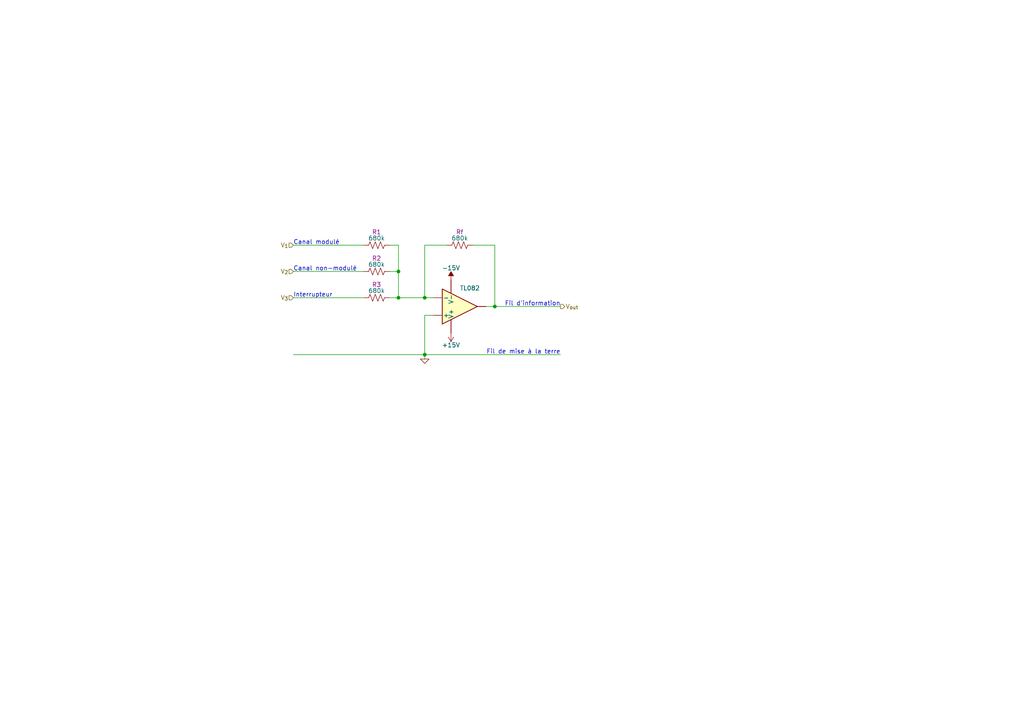
<source format=kicad_sch>
(kicad_sch (version 20250114) (generator "eeschema") (generator_version "9.0")
  (paper "A4")
  (title_block (title "Sommateur"))
  (lib_symbols
    (symbol "Device:R_US" (pin_numbers (hide yes)) (pin_names (offset 0))
      (property "Reference" "R" (at 2.54 0 90))
      (property "Value" "R_US" (at -2.54 0 90))
      (symbol "R_US_0_1"
        (polyline (pts (xy 0 2.286) (xy 0 2.54)))
        (polyline (pts (xy 0 2.286) (xy 1.016 1.905) (xy 0 1.524) (xy -1.016 1.143) (xy 0 0.762)))
        (polyline (pts (xy 0 0.762) (xy 1.016 0.381) (xy 0 0) (xy -1.016 -0.381) (xy 0 -0.762)))
        (polyline (pts (xy 0 -0.762) (xy 1.016 -1.143) (xy 0 -1.524) (xy -1.016 -1.905) (xy 0 -2.286)))
        (polyline (pts (xy 0 -2.286) (xy 0 -2.54)))
      )
      (symbol "R_US_1_1"
        (pin passive line (at 0 3.81 270) (length 1.27) (name "~") (number "1"))
        (pin passive line (at 0 -3.81 90) (length 1.27) (name "~") (number "2"))
      )
    )
    (symbol "Simulation_SPICE:0" (power) (pin_numbers (hide yes)) (pin_names (offset 0) (hide yes))
      (property "Value" "0" (at 0 -2.54 0))
      (symbol "0_0_1"
        (polyline (pts (xy -1.27 0) (xy 0 -1.27) (xy 1.27 0) (xy -1.27 0)))
      )
      (symbol "0_1_1"
        (pin power_in line (at 0 0 0) (length 0) (name "~") (number "1"))
      )
    )
    (symbol "Simulation_SPICE:OPAMP" (pin_numbers (hide yes)) (pin_names (offset 0.254))
      (property "Reference" "U" (at 3.81 3.175 0))
      (property "Value" "${SIM.PARAMS}" (at 3.81 -3.175 0))
      (symbol "OPAMP_0_1"
        (polyline (pts (xy 5.08 0) (xy -5.08 5.08) (xy -5.08 -5.08) (xy 5.08 0)) (stroke (width 0.254)) (fill (type background)))
      )
      (symbol "OPAMP_1_1"
        (pin input line (at -7.62 2.54 0) (length 2.54) (name "+") (number "1"))
        (pin input line (at -7.62 -2.54 0) (length 2.54) (name "-") (number "2"))
        (pin power_in line (at -2.54 7.62 270) (length 3.81) (name "V+") (number "3"))
        (pin power_in line (at -2.54 -7.62 90) (length 3.81) (name "V-") (number "4"))
        (pin output line (at 7.62 0 180) (length 2.54) (name "~") (number "5"))
      )
    )
    (symbol "power:+15V" (power) (pin_numbers (hide yes)) (pin_names (offset 0) (hide yes))
      (property "Value" "+15V" (at 0 3.556 0))
      (symbol "+15V_0_1"
        (polyline (pts (xy -0.762 1.27) (xy 0 2.54)))
        (polyline (pts (xy 0 2.54) (xy 0.762 1.27)))
        (polyline (pts (xy 0 0) (xy 0 2.54)))
      )
      (symbol "+15V_1_1"
        (pin power_in line (at 0 0 90) (length 0) (name "~") (number "1"))
      )
    )
    (symbol "power:-15V" (power) (pin_numbers (hide yes)) (pin_names (offset 0) (hide yes))
      (property "Value" "-15V" (at 0 3.556 0))
      (symbol "-15V_0_0"
        (pin power_in line (at 0 0 90) (length 0) (name "~") (number "1"))
      )
      (symbol "-15V_0_1"
        (polyline (pts (xy 0 0) (xy 0 1.27) (xy 0.762 1.27) (xy 0 2.54) (xy -0.762 1.27) (xy 0 1.27)) (fill (type outline)))
      )
    )
  )
  (text "Canal modulé" (at 85.09 71.12 0) (effects (font (size 1.27 1.27)) (justify left bottom)))
  (text "Interrupteur" (at 85.09 86.36 0) (effects (font (size 1.27 1.27)) (justify left bottom)))
  (text "Fil de mise à la terre" (at 162.56 102.87 0) (effects (font (size 1.27 1.27)) (justify right bottom)))
  (text "Fil d'information" (at 162.56 88.9 0) (effects (font (size 1.27 1.27)) (justify right bottom)))
  (text "Canal non-modulé" (at 85.09 78.74 0) (effects (font (size 1.27 1.27)) (justify left bottom)))
  (junction (at 115.57 86.36))
  (junction (at 123.19 86.36))
  (junction (at 123.19 102.87))
  (junction (at 115.57 78.74))
  (junction (at 143.51 88.9))
  (wire (pts (xy 123.19 102.87) (xy 162.56 102.87)))
  (wire (pts (xy 115.57 86.36) (xy 113.03 86.36)))
  (wire (pts (xy 123.19 71.12) (xy 129.54 71.12)))
  (wire (pts (xy 115.57 78.74) (xy 115.57 86.36)))
  (wire (pts (xy 143.51 71.12) (xy 143.51 88.9)))
  (wire (pts (xy 85.09 86.36) (xy 105.41 86.36)))
  (wire (pts (xy 123.19 86.36) (xy 123.19 71.12)))
  (wire (pts (xy 143.51 88.9) (xy 162.56 88.9)))
  (wire (pts (xy 115.57 86.36) (xy 123.19 86.36)))
  (wire (pts (xy 115.57 71.12) (xy 113.03 71.12)))
  (wire (pts (xy 140.97 88.9) (xy 143.51 88.9)))
  (wire (pts (xy 137.16 71.12) (xy 143.51 71.12)))
  (wire (pts (xy 115.57 78.74) (xy 113.03 78.74)))
  (wire (pts (xy 85.09 102.87) (xy 123.19 102.87)))
  (wire (pts (xy 115.57 71.12) (xy 115.57 78.74)))
  (wire (pts (xy 123.19 102.87) (xy 123.19 91.44)))
  (wire (pts (xy 85.09 71.12) (xy 105.41 71.12)))
  (wire (pts (xy 85.09 78.74) (xy 105.41 78.74)))
  (wire (pts (xy 123.19 86.36) (xy 125.73 86.36)))
  (wire (pts (xy 123.19 104.14) (xy 123.19 102.87)))
  (wire (pts (xy 123.19 91.44) (xy 125.73 91.44)))
  (hierarchical_label "V_{2}" (shape input) (at 85.09 78.74 180))
  (hierarchical_label "V_{out}" (shape output) (at 162.56 88.9 0))
  (hierarchical_label "V_{3}" (shape input) (at 85.09 86.36 180))
  (hierarchical_label "V_{1}" (shape input) (at 85.09 71.12 180))
  (symbol (lib_id "Device:R_US") (at 109.22 71.12 90) (unit 1)
    (property "Reference" "R31" (effects (hide yes)))
    (property "Value" "680k" (at 109.22 69.088 90))
    (property "Description" "Resistor, US symbol" (effects (hide yes)))
    (property "Ref.Alt" "R1" (at 109.22 67.31 90))
  )
  (symbol (lib_id "power:-15V") (at 130.81 81.28 0) (unit 1)
    (property "Reference" "#PWR032" (effects (hide yes)))
    (property "Value" "-15V" (at 130.81 77.724 0))
    (property "Description" "Power symbol creates a global label with name \"-15V\"" (effects (hide yes)))
  )
  (symbol (lib_id "Device:R_US") (at 109.22 78.74 90) (unit 1)
    (property "Reference" "R32" (effects (hide yes)))
    (property "Value" "680k" (at 109.22 76.708 90))
    (property "Description" "Resistor, US symbol" (effects (hide yes)))
    (property "Ref.Alt" "R2" (at 109.22 74.93 90))
  )
  (symbol (lib_id "Device:R_US") (at 133.35 71.12 90) (unit 1)
    (property "Reference" "R34" (effects (hide yes)))
    (property "Value" "680k" (at 133.35 69.088 90))
    (property "Description" "Resistor, US symbol" (effects (hide yes)))
    (property "Ref.Alt" "Rf" (at 133.35 67.31 90))
  )
  (symbol (lib_id "power:+15V") (at 130.81 96.52 180) (unit 1)
    (property "Reference" "#PWR033" (effects (hide yes)))
    (property "Value" "+15V" (at 130.81 100.076 0))
    (property "Description" "Power symbol creates a global label with name \"+15V\"" (effects (hide yes)))
  )
  (symbol (lib_id "Simulation_SPICE:OPAMP") (at 133.35 88.9 0) (mirror x) (unit 1)
    (property "Reference" "U15" (effects (hide yes)))
    (property "Value" "TL082" (at 133.35 83.566 0) (effects (justify left)))
    (property "Datasheet" "https://ngspice.sourceforge.io/docs/ngspice-html-manual/manual.xhtml#sec__SUBCKT_Subcircuits" (effects (hide yes)))
    (property "Description" "Operational amplifier, single" (effects (hide yes)))
    (property "Sim.Pins" "1=1 2=2 3=3 4=4 5=5" (effects (hide yes)))
    (property "Sim.Device" "SUBCKT" (effects (hide yes)))
    (property "Sim.Library" "TL082.MOD" (effects (hide yes)))
    (property "Sim.Name" "TL082" (effects (hide yes)))
  )
  (symbol (lib_id "Simulation_SPICE:0") (at 123.19 104.14 0) (unit 1)
    (property "Reference" "#GND021" (effects (hide yes)))
    (property "Value" "0" (effects (hide yes)))
    (property "Datasheet" "https://ngspice.sourceforge.io/docs/ngspice-html-manual/manual.xhtml#subsec_Circuit_elements__device" (effects (hide yes)))
    (property "Description" "0V reference potential for simulation" (effects (hide yes)))
  )
  (symbol (lib_id "Device:R_US") (at 109.22 86.36 90) (unit 1)
    (property "Reference" "R33" (effects (hide yes)))
    (property "Value" "680k" (at 109.22 84.328 90))
    (property "Description" "Resistor, US symbol" (effects (hide yes)))
    (property "Ref.Alt" "R3" (at 109.22 82.55 90))
  )
)
</source>
